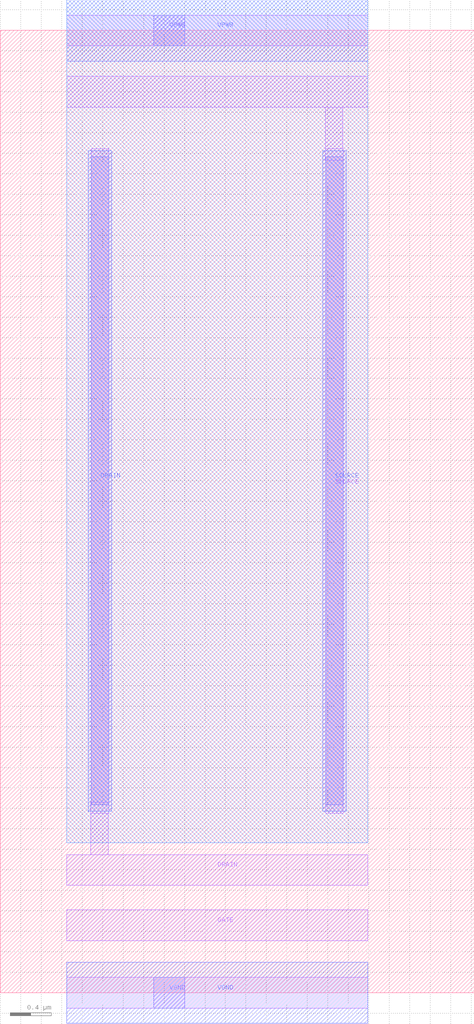
<source format=lef>
VERSION 5.7 ;
  NOWIREEXTENSIONATPIN ON ;
  DIVIDERCHAR "/" ;
  BUSBITCHARS "[]" ;
MACRO sky130_asc_pfet_01v8_lvt_1
  CLASS CORE ;
  FOREIGN sky130_asc_pfet_01v8_lvt_1 ;
  ORIGIN 0.000 0.000 ;
  SIZE 4.630 BY 9.400 ;
  SITE unitasc ;
  PIN GATE
    DIRECTION INOUT ;
    USE SIGNAL ;
    ANTENNAGATEAREA 12.900000 ;
    PORT
      LAYER li1 ;
        RECT 0.650 0.510 3.590 0.810 ;
    END
  END GATE
  PIN SOURCE
    DIRECTION INOUT ;
    USE SIGNAL ;
    ANTENNADIFFAREA 1.870500 ;
    PORT
      LAYER li1 ;
        RECT 0.650 8.650 3.590 8.950 ;
        RECT 3.175 8.245 3.345 8.650 ;
        RECT 3.175 8.130 3.350 8.245 ;
        RECT 3.180 1.755 3.350 8.130 ;
      LAYER mcon ;
        RECT 3.180 1.835 3.350 8.165 ;
      LAYER met1 ;
        RECT 3.150 1.775 3.380 8.225 ;
    END
  END SOURCE
  PIN DRAIN
    DIRECTION INOUT ;
    USE SIGNAL ;
    ANTENNADIFFAREA 1.870500 ;
    PORT
      LAYER li1 ;
        RECT 0.890 1.860 1.060 8.245 ;
        RECT 0.885 1.755 1.060 1.860 ;
        RECT 0.885 1.350 1.055 1.755 ;
        RECT 0.650 1.050 3.590 1.350 ;
      LAYER mcon ;
        RECT 0.890 1.835 1.060 8.165 ;
      LAYER met1 ;
        RECT 0.860 1.775 1.090 8.225 ;
    END
  END DRAIN
  PIN VPWR
    DIRECTION INOUT ;
    USE POWER ;
    PORT
      LAYER li1 ;
        RECT 0.650 9.250 3.590 9.550 ;
      LAYER mcon ;
        RECT 1.500 9.250 1.800 9.550 ;
      LAYER met1 ;
        RECT 0.650 9.100 3.590 9.700 ;
    END
  END VPWR
  PIN VGND
    DIRECTION INOUT ;
    USE GROUND ;
    PORT
      LAYER li1 ;
        RECT 0.650 -0.150 3.590 0.150 ;
      LAYER mcon ;
        RECT 1.500 -0.150 1.800 0.150 ;
      LAYER met1 ;
        RECT 0.650 -0.300 3.590 0.300 ;
    END
  END VGND
  OBS
      LAYER nwell ;
        RECT 0.650 1.465 3.590 9.700 ;
  END
END sky130_asc_pfet_01v8_lvt_1
END LIBRARY


</source>
